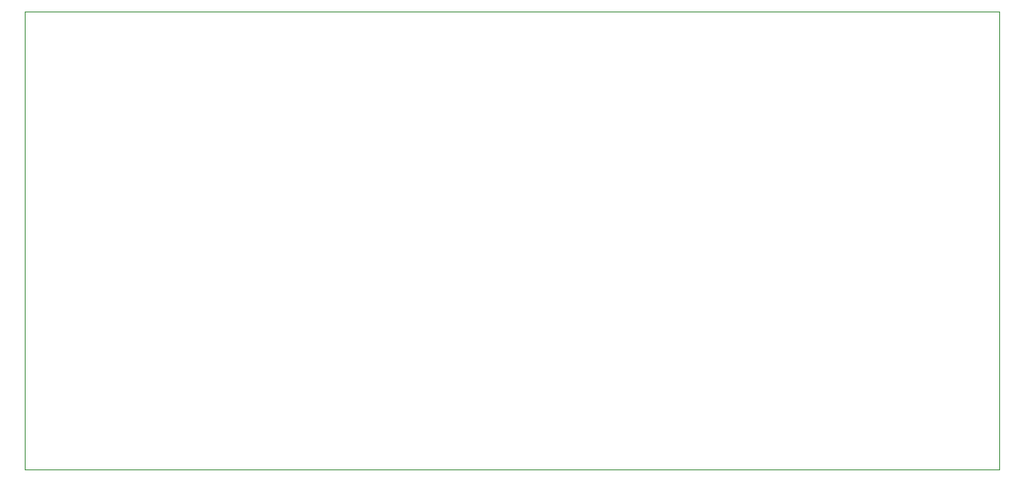
<source format=gko>
G04 #@! TF.GenerationSoftware,KiCad,Pcbnew,(5.1.0)-1*
G04 #@! TF.CreationDate,2019-04-19T18:26:43+02:00*
G04 #@! TF.ProjectId,pcb_tube,7063625f-7475-4626-952e-6b696361645f,rev?*
G04 #@! TF.SameCoordinates,Original*
G04 #@! TF.FileFunction,Profile,NP*
%FSLAX46Y46*%
G04 Gerber Fmt 4.6, Leading zero omitted, Abs format (unit mm)*
G04 Created by KiCad (PCBNEW (5.1.0)-1) date 2019-04-19 18:26:43*
%MOMM*%
%LPD*%
G04 APERTURE LIST*
%ADD10C,0.050000*%
G04 APERTURE END LIST*
D10*
X30000000Y-100000000D02*
X30000000Y-53000000D01*
X130000000Y-100000000D02*
X30000000Y-100000000D01*
X130000000Y-53000000D02*
X130000000Y-100000000D01*
X30000000Y-53000000D02*
X130000000Y-53000000D01*
M02*

</source>
